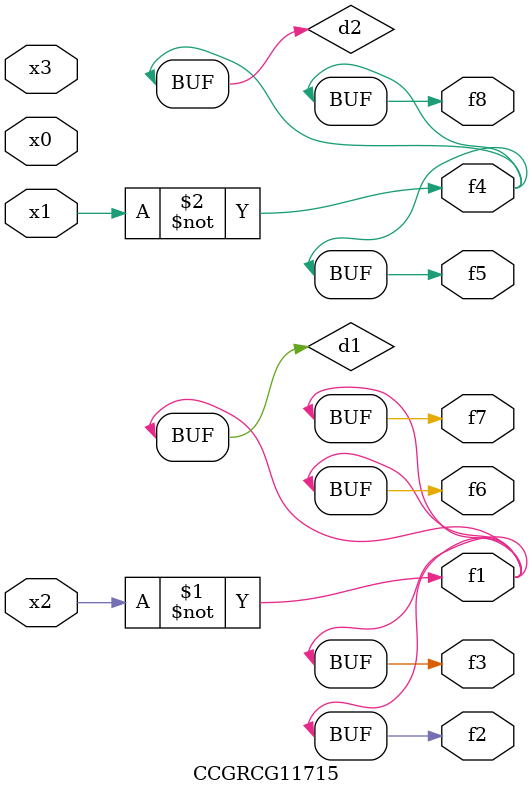
<source format=v>
module CCGRCG11715(
	input x0, x1, x2, x3,
	output f1, f2, f3, f4, f5, f6, f7, f8
);

	wire d1, d2;

	xnor (d1, x2);
	not (d2, x1);
	assign f1 = d1;
	assign f2 = d1;
	assign f3 = d1;
	assign f4 = d2;
	assign f5 = d2;
	assign f6 = d1;
	assign f7 = d1;
	assign f8 = d2;
endmodule

</source>
